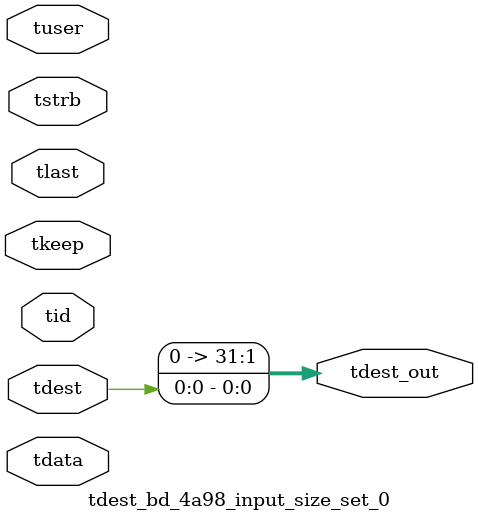
<source format=v>


`timescale 1ps/1ps

module tdest_bd_4a98_input_size_set_0 #
(
parameter C_S_AXIS_TDATA_WIDTH = 32,
parameter C_S_AXIS_TUSER_WIDTH = 0,
parameter C_S_AXIS_TID_WIDTH   = 0,
parameter C_S_AXIS_TDEST_WIDTH = 0,
parameter C_M_AXIS_TDEST_WIDTH = 32
)
(
input  [(C_S_AXIS_TDATA_WIDTH == 0 ? 1 : C_S_AXIS_TDATA_WIDTH)-1:0     ] tdata,
input  [(C_S_AXIS_TUSER_WIDTH == 0 ? 1 : C_S_AXIS_TUSER_WIDTH)-1:0     ] tuser,
input  [(C_S_AXIS_TID_WIDTH   == 0 ? 1 : C_S_AXIS_TID_WIDTH)-1:0       ] tid,
input  [(C_S_AXIS_TDEST_WIDTH == 0 ? 1 : C_S_AXIS_TDEST_WIDTH)-1:0     ] tdest,
input  [(C_S_AXIS_TDATA_WIDTH/8)-1:0 ] tkeep,
input  [(C_S_AXIS_TDATA_WIDTH/8)-1:0 ] tstrb,
input                                                                    tlast,
output [C_M_AXIS_TDEST_WIDTH-1:0] tdest_out
);

assign tdest_out = {tdest[0:0]};

endmodule


</source>
